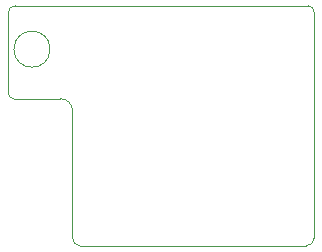
<source format=gm1>
%TF.GenerationSoftware,KiCad,Pcbnew,(5.1.9)-1*%
%TF.CreationDate,2021-04-17T17:11:04+05:30*%
%TF.ProjectId,pihat,70696861-742e-46b6-9963-61645f706362,rev?*%
%TF.SameCoordinates,Original*%
%TF.FileFunction,Profile,NP*%
%FSLAX46Y46*%
G04 Gerber Fmt 4.6, Leading zero omitted, Abs format (unit mm)*
G04 Created by KiCad (PCBNEW (5.1.9)-1) date 2021-04-17 17:11:04*
%MOMM*%
%LPD*%
G01*
G04 APERTURE LIST*
%TA.AperFunction,Profile*%
%ADD10C,0.050000*%
%TD*%
G04 APERTURE END LIST*
D10*
X217551000Y-49530000D02*
G75*
G02*
X216916000Y-48895000I0J635000D01*
G01*
X237363000Y-48895000D02*
G75*
G02*
X236728000Y-49530000I-635000J0D01*
G01*
X236855000Y-29210000D02*
G75*
G02*
X237363000Y-29718000I0J-508000D01*
G01*
X215900000Y-37084000D02*
G75*
G02*
X216916000Y-38100000I0J-1016000D01*
G01*
X211963000Y-37084000D02*
G75*
G02*
X211455000Y-36576000I0J508000D01*
G01*
X211455000Y-36576000D02*
X211455000Y-36195000D01*
X215900000Y-37084000D02*
X211963000Y-37084000D01*
X216916000Y-48895000D02*
X216916000Y-38100000D01*
X236728000Y-49530000D02*
X217551000Y-49530000D01*
X237363000Y-29718000D02*
X237363000Y-48895000D01*
X236601000Y-29210000D02*
X236855000Y-29210000D01*
X211455000Y-29845000D02*
G75*
G02*
X212090000Y-29210000I635000J0D01*
G01*
X211455000Y-29845000D02*
X211455000Y-36195000D01*
X236601000Y-29210000D02*
X212090000Y-29210000D01*
X215016283Y-32893000D02*
G75*
G03*
X215016283Y-32893000I-1529283J0D01*
G01*
M02*

</source>
